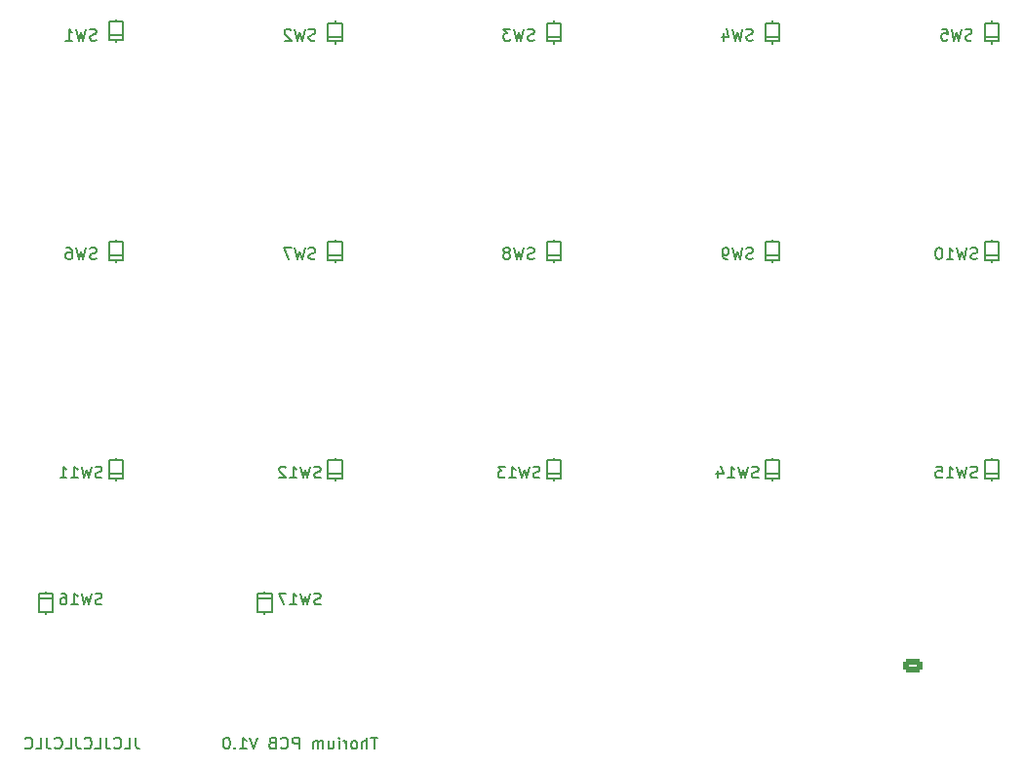
<source format=gbo>
G04 #@! TF.GenerationSoftware,KiCad,Pcbnew,7.0.5*
G04 #@! TF.CreationDate,2023-09-30T13:58:08+09:00*
G04 #@! TF.ProjectId,thorium_pcbr,74686f72-6975-46d5-9f70-6362722e6b69,rev?*
G04 #@! TF.SameCoordinates,Original*
G04 #@! TF.FileFunction,Legend,Bot*
G04 #@! TF.FilePolarity,Positive*
%FSLAX46Y46*%
G04 Gerber Fmt 4.6, Leading zero omitted, Abs format (unit mm)*
G04 Created by KiCad (PCBNEW 7.0.5) date 2023-09-30 13:58:08*
%MOMM*%
%LPD*%
G01*
G04 APERTURE LIST*
G04 Aperture macros list*
%AMRoundRect*
0 Rectangle with rounded corners*
0 $1 Rounding radius*
0 $2 $3 $4 $5 $6 $7 $8 $9 X,Y pos of 4 corners*
0 Add a 4 corners polygon primitive as box body*
4,1,4,$2,$3,$4,$5,$6,$7,$8,$9,$2,$3,0*
0 Add four circle primitives for the rounded corners*
1,1,$1+$1,$2,$3*
1,1,$1+$1,$4,$5*
1,1,$1+$1,$6,$7*
1,1,$1+$1,$8,$9*
0 Add four rect primitives between the rounded corners*
20,1,$1+$1,$2,$3,$4,$5,0*
20,1,$1+$1,$4,$5,$6,$7,0*
20,1,$1+$1,$6,$7,$8,$9,0*
20,1,$1+$1,$8,$9,$2,$3,0*%
G04 Aperture macros list end*
%ADD10C,0.150000*%
%ADD11C,0.200000*%
%ADD12C,1.524000*%
%ADD13O,1.500000X2.500000*%
%ADD14R,0.950000X1.200000*%
%ADD15O,1.750000X1.200000*%
%ADD16RoundRect,0.250000X-0.625000X0.350000X-0.625000X-0.350000X0.625000X-0.350000X0.625000X0.350000X0*%
%ADD17C,2.000000*%
%ADD18C,3.000000*%
%ADD19C,4.000000*%
%ADD20R,2.400000X3.000000*%
%ADD21R,2.500000X2.800000*%
%ADD22O,1.000000X1.300000*%
G04 APERTURE END LIST*
D10*
X66228094Y-105484819D02*
X65656666Y-105484819D01*
X65942380Y-106484819D02*
X65942380Y-105484819D01*
X65323332Y-106484819D02*
X65323332Y-105484819D01*
X64894761Y-106484819D02*
X64894761Y-105961009D01*
X64894761Y-105961009D02*
X64942380Y-105865771D01*
X64942380Y-105865771D02*
X65037618Y-105818152D01*
X65037618Y-105818152D02*
X65180475Y-105818152D01*
X65180475Y-105818152D02*
X65275713Y-105865771D01*
X65275713Y-105865771D02*
X65323332Y-105913390D01*
X64275713Y-106484819D02*
X64370951Y-106437200D01*
X64370951Y-106437200D02*
X64418570Y-106389580D01*
X64418570Y-106389580D02*
X64466189Y-106294342D01*
X64466189Y-106294342D02*
X64466189Y-106008628D01*
X64466189Y-106008628D02*
X64418570Y-105913390D01*
X64418570Y-105913390D02*
X64370951Y-105865771D01*
X64370951Y-105865771D02*
X64275713Y-105818152D01*
X64275713Y-105818152D02*
X64132856Y-105818152D01*
X64132856Y-105818152D02*
X64037618Y-105865771D01*
X64037618Y-105865771D02*
X63989999Y-105913390D01*
X63989999Y-105913390D02*
X63942380Y-106008628D01*
X63942380Y-106008628D02*
X63942380Y-106294342D01*
X63942380Y-106294342D02*
X63989999Y-106389580D01*
X63989999Y-106389580D02*
X64037618Y-106437200D01*
X64037618Y-106437200D02*
X64132856Y-106484819D01*
X64132856Y-106484819D02*
X64275713Y-106484819D01*
X63513808Y-106484819D02*
X63513808Y-105818152D01*
X63513808Y-106008628D02*
X63466189Y-105913390D01*
X63466189Y-105913390D02*
X63418570Y-105865771D01*
X63418570Y-105865771D02*
X63323332Y-105818152D01*
X63323332Y-105818152D02*
X63228094Y-105818152D01*
X62894760Y-106484819D02*
X62894760Y-105818152D01*
X62894760Y-105484819D02*
X62942379Y-105532438D01*
X62942379Y-105532438D02*
X62894760Y-105580057D01*
X62894760Y-105580057D02*
X62847141Y-105532438D01*
X62847141Y-105532438D02*
X62894760Y-105484819D01*
X62894760Y-105484819D02*
X62894760Y-105580057D01*
X61989999Y-105818152D02*
X61989999Y-106484819D01*
X62418570Y-105818152D02*
X62418570Y-106341961D01*
X62418570Y-106341961D02*
X62370951Y-106437200D01*
X62370951Y-106437200D02*
X62275713Y-106484819D01*
X62275713Y-106484819D02*
X62132856Y-106484819D01*
X62132856Y-106484819D02*
X62037618Y-106437200D01*
X62037618Y-106437200D02*
X61989999Y-106389580D01*
X61513808Y-106484819D02*
X61513808Y-105818152D01*
X61513808Y-105913390D02*
X61466189Y-105865771D01*
X61466189Y-105865771D02*
X61370951Y-105818152D01*
X61370951Y-105818152D02*
X61228094Y-105818152D01*
X61228094Y-105818152D02*
X61132856Y-105865771D01*
X61132856Y-105865771D02*
X61085237Y-105961009D01*
X61085237Y-105961009D02*
X61085237Y-106484819D01*
X61085237Y-105961009D02*
X61037618Y-105865771D01*
X61037618Y-105865771D02*
X60942380Y-105818152D01*
X60942380Y-105818152D02*
X60799523Y-105818152D01*
X60799523Y-105818152D02*
X60704284Y-105865771D01*
X60704284Y-105865771D02*
X60656665Y-105961009D01*
X60656665Y-105961009D02*
X60656665Y-106484819D01*
X59418570Y-106484819D02*
X59418570Y-105484819D01*
X59418570Y-105484819D02*
X59037618Y-105484819D01*
X59037618Y-105484819D02*
X58942380Y-105532438D01*
X58942380Y-105532438D02*
X58894761Y-105580057D01*
X58894761Y-105580057D02*
X58847142Y-105675295D01*
X58847142Y-105675295D02*
X58847142Y-105818152D01*
X58847142Y-105818152D02*
X58894761Y-105913390D01*
X58894761Y-105913390D02*
X58942380Y-105961009D01*
X58942380Y-105961009D02*
X59037618Y-106008628D01*
X59037618Y-106008628D02*
X59418570Y-106008628D01*
X57847142Y-106389580D02*
X57894761Y-106437200D01*
X57894761Y-106437200D02*
X58037618Y-106484819D01*
X58037618Y-106484819D02*
X58132856Y-106484819D01*
X58132856Y-106484819D02*
X58275713Y-106437200D01*
X58275713Y-106437200D02*
X58370951Y-106341961D01*
X58370951Y-106341961D02*
X58418570Y-106246723D01*
X58418570Y-106246723D02*
X58466189Y-106056247D01*
X58466189Y-106056247D02*
X58466189Y-105913390D01*
X58466189Y-105913390D02*
X58418570Y-105722914D01*
X58418570Y-105722914D02*
X58370951Y-105627676D01*
X58370951Y-105627676D02*
X58275713Y-105532438D01*
X58275713Y-105532438D02*
X58132856Y-105484819D01*
X58132856Y-105484819D02*
X58037618Y-105484819D01*
X58037618Y-105484819D02*
X57894761Y-105532438D01*
X57894761Y-105532438D02*
X57847142Y-105580057D01*
X57085237Y-105961009D02*
X56942380Y-106008628D01*
X56942380Y-106008628D02*
X56894761Y-106056247D01*
X56894761Y-106056247D02*
X56847142Y-106151485D01*
X56847142Y-106151485D02*
X56847142Y-106294342D01*
X56847142Y-106294342D02*
X56894761Y-106389580D01*
X56894761Y-106389580D02*
X56942380Y-106437200D01*
X56942380Y-106437200D02*
X57037618Y-106484819D01*
X57037618Y-106484819D02*
X57418570Y-106484819D01*
X57418570Y-106484819D02*
X57418570Y-105484819D01*
X57418570Y-105484819D02*
X57085237Y-105484819D01*
X57085237Y-105484819D02*
X56989999Y-105532438D01*
X56989999Y-105532438D02*
X56942380Y-105580057D01*
X56942380Y-105580057D02*
X56894761Y-105675295D01*
X56894761Y-105675295D02*
X56894761Y-105770533D01*
X56894761Y-105770533D02*
X56942380Y-105865771D01*
X56942380Y-105865771D02*
X56989999Y-105913390D01*
X56989999Y-105913390D02*
X57085237Y-105961009D01*
X57085237Y-105961009D02*
X57418570Y-105961009D01*
X55799522Y-105484819D02*
X55466189Y-106484819D01*
X55466189Y-106484819D02*
X55132856Y-105484819D01*
X54275713Y-106484819D02*
X54847141Y-106484819D01*
X54561427Y-106484819D02*
X54561427Y-105484819D01*
X54561427Y-105484819D02*
X54656665Y-105627676D01*
X54656665Y-105627676D02*
X54751903Y-105722914D01*
X54751903Y-105722914D02*
X54847141Y-105770533D01*
X53847141Y-106389580D02*
X53799522Y-106437200D01*
X53799522Y-106437200D02*
X53847141Y-106484819D01*
X53847141Y-106484819D02*
X53894760Y-106437200D01*
X53894760Y-106437200D02*
X53847141Y-106389580D01*
X53847141Y-106389580D02*
X53847141Y-106484819D01*
X53180475Y-105484819D02*
X53085237Y-105484819D01*
X53085237Y-105484819D02*
X52989999Y-105532438D01*
X52989999Y-105532438D02*
X52942380Y-105580057D01*
X52942380Y-105580057D02*
X52894761Y-105675295D01*
X52894761Y-105675295D02*
X52847142Y-105865771D01*
X52847142Y-105865771D02*
X52847142Y-106103866D01*
X52847142Y-106103866D02*
X52894761Y-106294342D01*
X52894761Y-106294342D02*
X52942380Y-106389580D01*
X52942380Y-106389580D02*
X52989999Y-106437200D01*
X52989999Y-106437200D02*
X53085237Y-106484819D01*
X53085237Y-106484819D02*
X53180475Y-106484819D01*
X53180475Y-106484819D02*
X53275713Y-106437200D01*
X53275713Y-106437200D02*
X53323332Y-106389580D01*
X53323332Y-106389580D02*
X53370951Y-106294342D01*
X53370951Y-106294342D02*
X53418570Y-106103866D01*
X53418570Y-106103866D02*
X53418570Y-105865771D01*
X53418570Y-105865771D02*
X53370951Y-105675295D01*
X53370951Y-105675295D02*
X53323332Y-105580057D01*
X53323332Y-105580057D02*
X53275713Y-105532438D01*
X53275713Y-105532438D02*
X53180475Y-105484819D01*
X45229048Y-105484819D02*
X45229048Y-106199104D01*
X45229048Y-106199104D02*
X45276667Y-106341961D01*
X45276667Y-106341961D02*
X45371905Y-106437200D01*
X45371905Y-106437200D02*
X45514762Y-106484819D01*
X45514762Y-106484819D02*
X45610000Y-106484819D01*
X44276667Y-106484819D02*
X44752857Y-106484819D01*
X44752857Y-106484819D02*
X44752857Y-105484819D01*
X43371905Y-106389580D02*
X43419524Y-106437200D01*
X43419524Y-106437200D02*
X43562381Y-106484819D01*
X43562381Y-106484819D02*
X43657619Y-106484819D01*
X43657619Y-106484819D02*
X43800476Y-106437200D01*
X43800476Y-106437200D02*
X43895714Y-106341961D01*
X43895714Y-106341961D02*
X43943333Y-106246723D01*
X43943333Y-106246723D02*
X43990952Y-106056247D01*
X43990952Y-106056247D02*
X43990952Y-105913390D01*
X43990952Y-105913390D02*
X43943333Y-105722914D01*
X43943333Y-105722914D02*
X43895714Y-105627676D01*
X43895714Y-105627676D02*
X43800476Y-105532438D01*
X43800476Y-105532438D02*
X43657619Y-105484819D01*
X43657619Y-105484819D02*
X43562381Y-105484819D01*
X43562381Y-105484819D02*
X43419524Y-105532438D01*
X43419524Y-105532438D02*
X43371905Y-105580057D01*
X42657619Y-105484819D02*
X42657619Y-106199104D01*
X42657619Y-106199104D02*
X42705238Y-106341961D01*
X42705238Y-106341961D02*
X42800476Y-106437200D01*
X42800476Y-106437200D02*
X42943333Y-106484819D01*
X42943333Y-106484819D02*
X43038571Y-106484819D01*
X41705238Y-106484819D02*
X42181428Y-106484819D01*
X42181428Y-106484819D02*
X42181428Y-105484819D01*
X40800476Y-106389580D02*
X40848095Y-106437200D01*
X40848095Y-106437200D02*
X40990952Y-106484819D01*
X40990952Y-106484819D02*
X41086190Y-106484819D01*
X41086190Y-106484819D02*
X41229047Y-106437200D01*
X41229047Y-106437200D02*
X41324285Y-106341961D01*
X41324285Y-106341961D02*
X41371904Y-106246723D01*
X41371904Y-106246723D02*
X41419523Y-106056247D01*
X41419523Y-106056247D02*
X41419523Y-105913390D01*
X41419523Y-105913390D02*
X41371904Y-105722914D01*
X41371904Y-105722914D02*
X41324285Y-105627676D01*
X41324285Y-105627676D02*
X41229047Y-105532438D01*
X41229047Y-105532438D02*
X41086190Y-105484819D01*
X41086190Y-105484819D02*
X40990952Y-105484819D01*
X40990952Y-105484819D02*
X40848095Y-105532438D01*
X40848095Y-105532438D02*
X40800476Y-105580057D01*
X40086190Y-105484819D02*
X40086190Y-106199104D01*
X40086190Y-106199104D02*
X40133809Y-106341961D01*
X40133809Y-106341961D02*
X40229047Y-106437200D01*
X40229047Y-106437200D02*
X40371904Y-106484819D01*
X40371904Y-106484819D02*
X40467142Y-106484819D01*
X39133809Y-106484819D02*
X39609999Y-106484819D01*
X39609999Y-106484819D02*
X39609999Y-105484819D01*
X38229047Y-106389580D02*
X38276666Y-106437200D01*
X38276666Y-106437200D02*
X38419523Y-106484819D01*
X38419523Y-106484819D02*
X38514761Y-106484819D01*
X38514761Y-106484819D02*
X38657618Y-106437200D01*
X38657618Y-106437200D02*
X38752856Y-106341961D01*
X38752856Y-106341961D02*
X38800475Y-106246723D01*
X38800475Y-106246723D02*
X38848094Y-106056247D01*
X38848094Y-106056247D02*
X38848094Y-105913390D01*
X38848094Y-105913390D02*
X38800475Y-105722914D01*
X38800475Y-105722914D02*
X38752856Y-105627676D01*
X38752856Y-105627676D02*
X38657618Y-105532438D01*
X38657618Y-105532438D02*
X38514761Y-105484819D01*
X38514761Y-105484819D02*
X38419523Y-105484819D01*
X38419523Y-105484819D02*
X38276666Y-105532438D01*
X38276666Y-105532438D02*
X38229047Y-105580057D01*
X37514761Y-105484819D02*
X37514761Y-106199104D01*
X37514761Y-106199104D02*
X37562380Y-106341961D01*
X37562380Y-106341961D02*
X37657618Y-106437200D01*
X37657618Y-106437200D02*
X37800475Y-106484819D01*
X37800475Y-106484819D02*
X37895713Y-106484819D01*
X36562380Y-106484819D02*
X37038570Y-106484819D01*
X37038570Y-106484819D02*
X37038570Y-105484819D01*
X35657618Y-106389580D02*
X35705237Y-106437200D01*
X35705237Y-106437200D02*
X35848094Y-106484819D01*
X35848094Y-106484819D02*
X35943332Y-106484819D01*
X35943332Y-106484819D02*
X36086189Y-106437200D01*
X36086189Y-106437200D02*
X36181427Y-106341961D01*
X36181427Y-106341961D02*
X36229046Y-106246723D01*
X36229046Y-106246723D02*
X36276665Y-106056247D01*
X36276665Y-106056247D02*
X36276665Y-105913390D01*
X36276665Y-105913390D02*
X36229046Y-105722914D01*
X36229046Y-105722914D02*
X36181427Y-105627676D01*
X36181427Y-105627676D02*
X36086189Y-105532438D01*
X36086189Y-105532438D02*
X35943332Y-105484819D01*
X35943332Y-105484819D02*
X35848094Y-105484819D01*
X35848094Y-105484819D02*
X35705237Y-105532438D01*
X35705237Y-105532438D02*
X35657618Y-105580057D01*
X98833332Y-63907200D02*
X98690475Y-63954819D01*
X98690475Y-63954819D02*
X98452380Y-63954819D01*
X98452380Y-63954819D02*
X98357142Y-63907200D01*
X98357142Y-63907200D02*
X98309523Y-63859580D01*
X98309523Y-63859580D02*
X98261904Y-63764342D01*
X98261904Y-63764342D02*
X98261904Y-63669104D01*
X98261904Y-63669104D02*
X98309523Y-63573866D01*
X98309523Y-63573866D02*
X98357142Y-63526247D01*
X98357142Y-63526247D02*
X98452380Y-63478628D01*
X98452380Y-63478628D02*
X98642856Y-63431009D01*
X98642856Y-63431009D02*
X98738094Y-63383390D01*
X98738094Y-63383390D02*
X98785713Y-63335771D01*
X98785713Y-63335771D02*
X98833332Y-63240533D01*
X98833332Y-63240533D02*
X98833332Y-63145295D01*
X98833332Y-63145295D02*
X98785713Y-63050057D01*
X98785713Y-63050057D02*
X98738094Y-63002438D01*
X98738094Y-63002438D02*
X98642856Y-62954819D01*
X98642856Y-62954819D02*
X98404761Y-62954819D01*
X98404761Y-62954819D02*
X98261904Y-63002438D01*
X97928570Y-62954819D02*
X97690475Y-63954819D01*
X97690475Y-63954819D02*
X97499999Y-63240533D01*
X97499999Y-63240533D02*
X97309523Y-63954819D01*
X97309523Y-63954819D02*
X97071428Y-62954819D01*
X96642856Y-63954819D02*
X96452380Y-63954819D01*
X96452380Y-63954819D02*
X96357142Y-63907200D01*
X96357142Y-63907200D02*
X96309523Y-63859580D01*
X96309523Y-63859580D02*
X96214285Y-63716723D01*
X96214285Y-63716723D02*
X96166666Y-63526247D01*
X96166666Y-63526247D02*
X96166666Y-63145295D01*
X96166666Y-63145295D02*
X96214285Y-63050057D01*
X96214285Y-63050057D02*
X96261904Y-63002438D01*
X96261904Y-63002438D02*
X96357142Y-62954819D01*
X96357142Y-62954819D02*
X96547618Y-62954819D01*
X96547618Y-62954819D02*
X96642856Y-63002438D01*
X96642856Y-63002438D02*
X96690475Y-63050057D01*
X96690475Y-63050057D02*
X96738094Y-63145295D01*
X96738094Y-63145295D02*
X96738094Y-63383390D01*
X96738094Y-63383390D02*
X96690475Y-63478628D01*
X96690475Y-63478628D02*
X96642856Y-63526247D01*
X96642856Y-63526247D02*
X96547618Y-63573866D01*
X96547618Y-63573866D02*
X96357142Y-63573866D01*
X96357142Y-63573866D02*
X96261904Y-63526247D01*
X96261904Y-63526247D02*
X96214285Y-63478628D01*
X96214285Y-63478628D02*
X96166666Y-63383390D01*
X61309523Y-93907200D02*
X61166666Y-93954819D01*
X61166666Y-93954819D02*
X60928571Y-93954819D01*
X60928571Y-93954819D02*
X60833333Y-93907200D01*
X60833333Y-93907200D02*
X60785714Y-93859580D01*
X60785714Y-93859580D02*
X60738095Y-93764342D01*
X60738095Y-93764342D02*
X60738095Y-93669104D01*
X60738095Y-93669104D02*
X60785714Y-93573866D01*
X60785714Y-93573866D02*
X60833333Y-93526247D01*
X60833333Y-93526247D02*
X60928571Y-93478628D01*
X60928571Y-93478628D02*
X61119047Y-93431009D01*
X61119047Y-93431009D02*
X61214285Y-93383390D01*
X61214285Y-93383390D02*
X61261904Y-93335771D01*
X61261904Y-93335771D02*
X61309523Y-93240533D01*
X61309523Y-93240533D02*
X61309523Y-93145295D01*
X61309523Y-93145295D02*
X61261904Y-93050057D01*
X61261904Y-93050057D02*
X61214285Y-93002438D01*
X61214285Y-93002438D02*
X61119047Y-92954819D01*
X61119047Y-92954819D02*
X60880952Y-92954819D01*
X60880952Y-92954819D02*
X60738095Y-93002438D01*
X60404761Y-92954819D02*
X60166666Y-93954819D01*
X60166666Y-93954819D02*
X59976190Y-93240533D01*
X59976190Y-93240533D02*
X59785714Y-93954819D01*
X59785714Y-93954819D02*
X59547619Y-92954819D01*
X58642857Y-93954819D02*
X59214285Y-93954819D01*
X58928571Y-93954819D02*
X58928571Y-92954819D01*
X58928571Y-92954819D02*
X59023809Y-93097676D01*
X59023809Y-93097676D02*
X59119047Y-93192914D01*
X59119047Y-93192914D02*
X59214285Y-93240533D01*
X58309523Y-92954819D02*
X57642857Y-92954819D01*
X57642857Y-92954819D02*
X58071428Y-93954819D01*
X41833332Y-44907200D02*
X41690475Y-44954819D01*
X41690475Y-44954819D02*
X41452380Y-44954819D01*
X41452380Y-44954819D02*
X41357142Y-44907200D01*
X41357142Y-44907200D02*
X41309523Y-44859580D01*
X41309523Y-44859580D02*
X41261904Y-44764342D01*
X41261904Y-44764342D02*
X41261904Y-44669104D01*
X41261904Y-44669104D02*
X41309523Y-44573866D01*
X41309523Y-44573866D02*
X41357142Y-44526247D01*
X41357142Y-44526247D02*
X41452380Y-44478628D01*
X41452380Y-44478628D02*
X41642856Y-44431009D01*
X41642856Y-44431009D02*
X41738094Y-44383390D01*
X41738094Y-44383390D02*
X41785713Y-44335771D01*
X41785713Y-44335771D02*
X41833332Y-44240533D01*
X41833332Y-44240533D02*
X41833332Y-44145295D01*
X41833332Y-44145295D02*
X41785713Y-44050057D01*
X41785713Y-44050057D02*
X41738094Y-44002438D01*
X41738094Y-44002438D02*
X41642856Y-43954819D01*
X41642856Y-43954819D02*
X41404761Y-43954819D01*
X41404761Y-43954819D02*
X41261904Y-44002438D01*
X40928570Y-43954819D02*
X40690475Y-44954819D01*
X40690475Y-44954819D02*
X40499999Y-44240533D01*
X40499999Y-44240533D02*
X40309523Y-44954819D01*
X40309523Y-44954819D02*
X40071428Y-43954819D01*
X39166666Y-44954819D02*
X39738094Y-44954819D01*
X39452380Y-44954819D02*
X39452380Y-43954819D01*
X39452380Y-43954819D02*
X39547618Y-44097676D01*
X39547618Y-44097676D02*
X39642856Y-44192914D01*
X39642856Y-44192914D02*
X39738094Y-44240533D01*
X60833332Y-63907200D02*
X60690475Y-63954819D01*
X60690475Y-63954819D02*
X60452380Y-63954819D01*
X60452380Y-63954819D02*
X60357142Y-63907200D01*
X60357142Y-63907200D02*
X60309523Y-63859580D01*
X60309523Y-63859580D02*
X60261904Y-63764342D01*
X60261904Y-63764342D02*
X60261904Y-63669104D01*
X60261904Y-63669104D02*
X60309523Y-63573866D01*
X60309523Y-63573866D02*
X60357142Y-63526247D01*
X60357142Y-63526247D02*
X60452380Y-63478628D01*
X60452380Y-63478628D02*
X60642856Y-63431009D01*
X60642856Y-63431009D02*
X60738094Y-63383390D01*
X60738094Y-63383390D02*
X60785713Y-63335771D01*
X60785713Y-63335771D02*
X60833332Y-63240533D01*
X60833332Y-63240533D02*
X60833332Y-63145295D01*
X60833332Y-63145295D02*
X60785713Y-63050057D01*
X60785713Y-63050057D02*
X60738094Y-63002438D01*
X60738094Y-63002438D02*
X60642856Y-62954819D01*
X60642856Y-62954819D02*
X60404761Y-62954819D01*
X60404761Y-62954819D02*
X60261904Y-63002438D01*
X59928570Y-62954819D02*
X59690475Y-63954819D01*
X59690475Y-63954819D02*
X59499999Y-63240533D01*
X59499999Y-63240533D02*
X59309523Y-63954819D01*
X59309523Y-63954819D02*
X59071428Y-62954819D01*
X58785713Y-62954819D02*
X58119047Y-62954819D01*
X58119047Y-62954819D02*
X58547618Y-63954819D01*
X79833332Y-63907200D02*
X79690475Y-63954819D01*
X79690475Y-63954819D02*
X79452380Y-63954819D01*
X79452380Y-63954819D02*
X79357142Y-63907200D01*
X79357142Y-63907200D02*
X79309523Y-63859580D01*
X79309523Y-63859580D02*
X79261904Y-63764342D01*
X79261904Y-63764342D02*
X79261904Y-63669104D01*
X79261904Y-63669104D02*
X79309523Y-63573866D01*
X79309523Y-63573866D02*
X79357142Y-63526247D01*
X79357142Y-63526247D02*
X79452380Y-63478628D01*
X79452380Y-63478628D02*
X79642856Y-63431009D01*
X79642856Y-63431009D02*
X79738094Y-63383390D01*
X79738094Y-63383390D02*
X79785713Y-63335771D01*
X79785713Y-63335771D02*
X79833332Y-63240533D01*
X79833332Y-63240533D02*
X79833332Y-63145295D01*
X79833332Y-63145295D02*
X79785713Y-63050057D01*
X79785713Y-63050057D02*
X79738094Y-63002438D01*
X79738094Y-63002438D02*
X79642856Y-62954819D01*
X79642856Y-62954819D02*
X79404761Y-62954819D01*
X79404761Y-62954819D02*
X79261904Y-63002438D01*
X78928570Y-62954819D02*
X78690475Y-63954819D01*
X78690475Y-63954819D02*
X78499999Y-63240533D01*
X78499999Y-63240533D02*
X78309523Y-63954819D01*
X78309523Y-63954819D02*
X78071428Y-62954819D01*
X77547618Y-63383390D02*
X77642856Y-63335771D01*
X77642856Y-63335771D02*
X77690475Y-63288152D01*
X77690475Y-63288152D02*
X77738094Y-63192914D01*
X77738094Y-63192914D02*
X77738094Y-63145295D01*
X77738094Y-63145295D02*
X77690475Y-63050057D01*
X77690475Y-63050057D02*
X77642856Y-63002438D01*
X77642856Y-63002438D02*
X77547618Y-62954819D01*
X77547618Y-62954819D02*
X77357142Y-62954819D01*
X77357142Y-62954819D02*
X77261904Y-63002438D01*
X77261904Y-63002438D02*
X77214285Y-63050057D01*
X77214285Y-63050057D02*
X77166666Y-63145295D01*
X77166666Y-63145295D02*
X77166666Y-63192914D01*
X77166666Y-63192914D02*
X77214285Y-63288152D01*
X77214285Y-63288152D02*
X77261904Y-63335771D01*
X77261904Y-63335771D02*
X77357142Y-63383390D01*
X77357142Y-63383390D02*
X77547618Y-63383390D01*
X77547618Y-63383390D02*
X77642856Y-63431009D01*
X77642856Y-63431009D02*
X77690475Y-63478628D01*
X77690475Y-63478628D02*
X77738094Y-63573866D01*
X77738094Y-63573866D02*
X77738094Y-63764342D01*
X77738094Y-63764342D02*
X77690475Y-63859580D01*
X77690475Y-63859580D02*
X77642856Y-63907200D01*
X77642856Y-63907200D02*
X77547618Y-63954819D01*
X77547618Y-63954819D02*
X77357142Y-63954819D01*
X77357142Y-63954819D02*
X77261904Y-63907200D01*
X77261904Y-63907200D02*
X77214285Y-63859580D01*
X77214285Y-63859580D02*
X77166666Y-63764342D01*
X77166666Y-63764342D02*
X77166666Y-63573866D01*
X77166666Y-63573866D02*
X77214285Y-63478628D01*
X77214285Y-63478628D02*
X77261904Y-63431009D01*
X77261904Y-63431009D02*
X77357142Y-63383390D01*
X80309523Y-82907200D02*
X80166666Y-82954819D01*
X80166666Y-82954819D02*
X79928571Y-82954819D01*
X79928571Y-82954819D02*
X79833333Y-82907200D01*
X79833333Y-82907200D02*
X79785714Y-82859580D01*
X79785714Y-82859580D02*
X79738095Y-82764342D01*
X79738095Y-82764342D02*
X79738095Y-82669104D01*
X79738095Y-82669104D02*
X79785714Y-82573866D01*
X79785714Y-82573866D02*
X79833333Y-82526247D01*
X79833333Y-82526247D02*
X79928571Y-82478628D01*
X79928571Y-82478628D02*
X80119047Y-82431009D01*
X80119047Y-82431009D02*
X80214285Y-82383390D01*
X80214285Y-82383390D02*
X80261904Y-82335771D01*
X80261904Y-82335771D02*
X80309523Y-82240533D01*
X80309523Y-82240533D02*
X80309523Y-82145295D01*
X80309523Y-82145295D02*
X80261904Y-82050057D01*
X80261904Y-82050057D02*
X80214285Y-82002438D01*
X80214285Y-82002438D02*
X80119047Y-81954819D01*
X80119047Y-81954819D02*
X79880952Y-81954819D01*
X79880952Y-81954819D02*
X79738095Y-82002438D01*
X79404761Y-81954819D02*
X79166666Y-82954819D01*
X79166666Y-82954819D02*
X78976190Y-82240533D01*
X78976190Y-82240533D02*
X78785714Y-82954819D01*
X78785714Y-82954819D02*
X78547619Y-81954819D01*
X77642857Y-82954819D02*
X78214285Y-82954819D01*
X77928571Y-82954819D02*
X77928571Y-81954819D01*
X77928571Y-81954819D02*
X78023809Y-82097676D01*
X78023809Y-82097676D02*
X78119047Y-82192914D01*
X78119047Y-82192914D02*
X78214285Y-82240533D01*
X77309523Y-81954819D02*
X76690476Y-81954819D01*
X76690476Y-81954819D02*
X77023809Y-82335771D01*
X77023809Y-82335771D02*
X76880952Y-82335771D01*
X76880952Y-82335771D02*
X76785714Y-82383390D01*
X76785714Y-82383390D02*
X76738095Y-82431009D01*
X76738095Y-82431009D02*
X76690476Y-82526247D01*
X76690476Y-82526247D02*
X76690476Y-82764342D01*
X76690476Y-82764342D02*
X76738095Y-82859580D01*
X76738095Y-82859580D02*
X76785714Y-82907200D01*
X76785714Y-82907200D02*
X76880952Y-82954819D01*
X76880952Y-82954819D02*
X77166666Y-82954819D01*
X77166666Y-82954819D02*
X77261904Y-82907200D01*
X77261904Y-82907200D02*
X77309523Y-82859580D01*
X41833332Y-63907200D02*
X41690475Y-63954819D01*
X41690475Y-63954819D02*
X41452380Y-63954819D01*
X41452380Y-63954819D02*
X41357142Y-63907200D01*
X41357142Y-63907200D02*
X41309523Y-63859580D01*
X41309523Y-63859580D02*
X41261904Y-63764342D01*
X41261904Y-63764342D02*
X41261904Y-63669104D01*
X41261904Y-63669104D02*
X41309523Y-63573866D01*
X41309523Y-63573866D02*
X41357142Y-63526247D01*
X41357142Y-63526247D02*
X41452380Y-63478628D01*
X41452380Y-63478628D02*
X41642856Y-63431009D01*
X41642856Y-63431009D02*
X41738094Y-63383390D01*
X41738094Y-63383390D02*
X41785713Y-63335771D01*
X41785713Y-63335771D02*
X41833332Y-63240533D01*
X41833332Y-63240533D02*
X41833332Y-63145295D01*
X41833332Y-63145295D02*
X41785713Y-63050057D01*
X41785713Y-63050057D02*
X41738094Y-63002438D01*
X41738094Y-63002438D02*
X41642856Y-62954819D01*
X41642856Y-62954819D02*
X41404761Y-62954819D01*
X41404761Y-62954819D02*
X41261904Y-63002438D01*
X40928570Y-62954819D02*
X40690475Y-63954819D01*
X40690475Y-63954819D02*
X40499999Y-63240533D01*
X40499999Y-63240533D02*
X40309523Y-63954819D01*
X40309523Y-63954819D02*
X40071428Y-62954819D01*
X39261904Y-62954819D02*
X39452380Y-62954819D01*
X39452380Y-62954819D02*
X39547618Y-63002438D01*
X39547618Y-63002438D02*
X39595237Y-63050057D01*
X39595237Y-63050057D02*
X39690475Y-63192914D01*
X39690475Y-63192914D02*
X39738094Y-63383390D01*
X39738094Y-63383390D02*
X39738094Y-63764342D01*
X39738094Y-63764342D02*
X39690475Y-63859580D01*
X39690475Y-63859580D02*
X39642856Y-63907200D01*
X39642856Y-63907200D02*
X39547618Y-63954819D01*
X39547618Y-63954819D02*
X39357142Y-63954819D01*
X39357142Y-63954819D02*
X39261904Y-63907200D01*
X39261904Y-63907200D02*
X39214285Y-63859580D01*
X39214285Y-63859580D02*
X39166666Y-63764342D01*
X39166666Y-63764342D02*
X39166666Y-63526247D01*
X39166666Y-63526247D02*
X39214285Y-63431009D01*
X39214285Y-63431009D02*
X39261904Y-63383390D01*
X39261904Y-63383390D02*
X39357142Y-63335771D01*
X39357142Y-63335771D02*
X39547618Y-63335771D01*
X39547618Y-63335771D02*
X39642856Y-63383390D01*
X39642856Y-63383390D02*
X39690475Y-63431009D01*
X39690475Y-63431009D02*
X39738094Y-63526247D01*
X99309523Y-82907200D02*
X99166666Y-82954819D01*
X99166666Y-82954819D02*
X98928571Y-82954819D01*
X98928571Y-82954819D02*
X98833333Y-82907200D01*
X98833333Y-82907200D02*
X98785714Y-82859580D01*
X98785714Y-82859580D02*
X98738095Y-82764342D01*
X98738095Y-82764342D02*
X98738095Y-82669104D01*
X98738095Y-82669104D02*
X98785714Y-82573866D01*
X98785714Y-82573866D02*
X98833333Y-82526247D01*
X98833333Y-82526247D02*
X98928571Y-82478628D01*
X98928571Y-82478628D02*
X99119047Y-82431009D01*
X99119047Y-82431009D02*
X99214285Y-82383390D01*
X99214285Y-82383390D02*
X99261904Y-82335771D01*
X99261904Y-82335771D02*
X99309523Y-82240533D01*
X99309523Y-82240533D02*
X99309523Y-82145295D01*
X99309523Y-82145295D02*
X99261904Y-82050057D01*
X99261904Y-82050057D02*
X99214285Y-82002438D01*
X99214285Y-82002438D02*
X99119047Y-81954819D01*
X99119047Y-81954819D02*
X98880952Y-81954819D01*
X98880952Y-81954819D02*
X98738095Y-82002438D01*
X98404761Y-81954819D02*
X98166666Y-82954819D01*
X98166666Y-82954819D02*
X97976190Y-82240533D01*
X97976190Y-82240533D02*
X97785714Y-82954819D01*
X97785714Y-82954819D02*
X97547619Y-81954819D01*
X96642857Y-82954819D02*
X97214285Y-82954819D01*
X96928571Y-82954819D02*
X96928571Y-81954819D01*
X96928571Y-81954819D02*
X97023809Y-82097676D01*
X97023809Y-82097676D02*
X97119047Y-82192914D01*
X97119047Y-82192914D02*
X97214285Y-82240533D01*
X95785714Y-82288152D02*
X95785714Y-82954819D01*
X96023809Y-81907200D02*
X96261904Y-82621485D01*
X96261904Y-82621485D02*
X95642857Y-82621485D01*
X118309523Y-82907200D02*
X118166666Y-82954819D01*
X118166666Y-82954819D02*
X117928571Y-82954819D01*
X117928571Y-82954819D02*
X117833333Y-82907200D01*
X117833333Y-82907200D02*
X117785714Y-82859580D01*
X117785714Y-82859580D02*
X117738095Y-82764342D01*
X117738095Y-82764342D02*
X117738095Y-82669104D01*
X117738095Y-82669104D02*
X117785714Y-82573866D01*
X117785714Y-82573866D02*
X117833333Y-82526247D01*
X117833333Y-82526247D02*
X117928571Y-82478628D01*
X117928571Y-82478628D02*
X118119047Y-82431009D01*
X118119047Y-82431009D02*
X118214285Y-82383390D01*
X118214285Y-82383390D02*
X118261904Y-82335771D01*
X118261904Y-82335771D02*
X118309523Y-82240533D01*
X118309523Y-82240533D02*
X118309523Y-82145295D01*
X118309523Y-82145295D02*
X118261904Y-82050057D01*
X118261904Y-82050057D02*
X118214285Y-82002438D01*
X118214285Y-82002438D02*
X118119047Y-81954819D01*
X118119047Y-81954819D02*
X117880952Y-81954819D01*
X117880952Y-81954819D02*
X117738095Y-82002438D01*
X117404761Y-81954819D02*
X117166666Y-82954819D01*
X117166666Y-82954819D02*
X116976190Y-82240533D01*
X116976190Y-82240533D02*
X116785714Y-82954819D01*
X116785714Y-82954819D02*
X116547619Y-81954819D01*
X115642857Y-82954819D02*
X116214285Y-82954819D01*
X115928571Y-82954819D02*
X115928571Y-81954819D01*
X115928571Y-81954819D02*
X116023809Y-82097676D01*
X116023809Y-82097676D02*
X116119047Y-82192914D01*
X116119047Y-82192914D02*
X116214285Y-82240533D01*
X114738095Y-81954819D02*
X115214285Y-81954819D01*
X115214285Y-81954819D02*
X115261904Y-82431009D01*
X115261904Y-82431009D02*
X115214285Y-82383390D01*
X115214285Y-82383390D02*
X115119047Y-82335771D01*
X115119047Y-82335771D02*
X114880952Y-82335771D01*
X114880952Y-82335771D02*
X114785714Y-82383390D01*
X114785714Y-82383390D02*
X114738095Y-82431009D01*
X114738095Y-82431009D02*
X114690476Y-82526247D01*
X114690476Y-82526247D02*
X114690476Y-82764342D01*
X114690476Y-82764342D02*
X114738095Y-82859580D01*
X114738095Y-82859580D02*
X114785714Y-82907200D01*
X114785714Y-82907200D02*
X114880952Y-82954819D01*
X114880952Y-82954819D02*
X115119047Y-82954819D01*
X115119047Y-82954819D02*
X115214285Y-82907200D01*
X115214285Y-82907200D02*
X115261904Y-82859580D01*
X61309523Y-82907200D02*
X61166666Y-82954819D01*
X61166666Y-82954819D02*
X60928571Y-82954819D01*
X60928571Y-82954819D02*
X60833333Y-82907200D01*
X60833333Y-82907200D02*
X60785714Y-82859580D01*
X60785714Y-82859580D02*
X60738095Y-82764342D01*
X60738095Y-82764342D02*
X60738095Y-82669104D01*
X60738095Y-82669104D02*
X60785714Y-82573866D01*
X60785714Y-82573866D02*
X60833333Y-82526247D01*
X60833333Y-82526247D02*
X60928571Y-82478628D01*
X60928571Y-82478628D02*
X61119047Y-82431009D01*
X61119047Y-82431009D02*
X61214285Y-82383390D01*
X61214285Y-82383390D02*
X61261904Y-82335771D01*
X61261904Y-82335771D02*
X61309523Y-82240533D01*
X61309523Y-82240533D02*
X61309523Y-82145295D01*
X61309523Y-82145295D02*
X61261904Y-82050057D01*
X61261904Y-82050057D02*
X61214285Y-82002438D01*
X61214285Y-82002438D02*
X61119047Y-81954819D01*
X61119047Y-81954819D02*
X60880952Y-81954819D01*
X60880952Y-81954819D02*
X60738095Y-82002438D01*
X60404761Y-81954819D02*
X60166666Y-82954819D01*
X60166666Y-82954819D02*
X59976190Y-82240533D01*
X59976190Y-82240533D02*
X59785714Y-82954819D01*
X59785714Y-82954819D02*
X59547619Y-81954819D01*
X58642857Y-82954819D02*
X59214285Y-82954819D01*
X58928571Y-82954819D02*
X58928571Y-81954819D01*
X58928571Y-81954819D02*
X59023809Y-82097676D01*
X59023809Y-82097676D02*
X59119047Y-82192914D01*
X59119047Y-82192914D02*
X59214285Y-82240533D01*
X58261904Y-82050057D02*
X58214285Y-82002438D01*
X58214285Y-82002438D02*
X58119047Y-81954819D01*
X58119047Y-81954819D02*
X57880952Y-81954819D01*
X57880952Y-81954819D02*
X57785714Y-82002438D01*
X57785714Y-82002438D02*
X57738095Y-82050057D01*
X57738095Y-82050057D02*
X57690476Y-82145295D01*
X57690476Y-82145295D02*
X57690476Y-82240533D01*
X57690476Y-82240533D02*
X57738095Y-82383390D01*
X57738095Y-82383390D02*
X58309523Y-82954819D01*
X58309523Y-82954819D02*
X57690476Y-82954819D01*
X118309523Y-63907200D02*
X118166666Y-63954819D01*
X118166666Y-63954819D02*
X117928571Y-63954819D01*
X117928571Y-63954819D02*
X117833333Y-63907200D01*
X117833333Y-63907200D02*
X117785714Y-63859580D01*
X117785714Y-63859580D02*
X117738095Y-63764342D01*
X117738095Y-63764342D02*
X117738095Y-63669104D01*
X117738095Y-63669104D02*
X117785714Y-63573866D01*
X117785714Y-63573866D02*
X117833333Y-63526247D01*
X117833333Y-63526247D02*
X117928571Y-63478628D01*
X117928571Y-63478628D02*
X118119047Y-63431009D01*
X118119047Y-63431009D02*
X118214285Y-63383390D01*
X118214285Y-63383390D02*
X118261904Y-63335771D01*
X118261904Y-63335771D02*
X118309523Y-63240533D01*
X118309523Y-63240533D02*
X118309523Y-63145295D01*
X118309523Y-63145295D02*
X118261904Y-63050057D01*
X118261904Y-63050057D02*
X118214285Y-63002438D01*
X118214285Y-63002438D02*
X118119047Y-62954819D01*
X118119047Y-62954819D02*
X117880952Y-62954819D01*
X117880952Y-62954819D02*
X117738095Y-63002438D01*
X117404761Y-62954819D02*
X117166666Y-63954819D01*
X117166666Y-63954819D02*
X116976190Y-63240533D01*
X116976190Y-63240533D02*
X116785714Y-63954819D01*
X116785714Y-63954819D02*
X116547619Y-62954819D01*
X115642857Y-63954819D02*
X116214285Y-63954819D01*
X115928571Y-63954819D02*
X115928571Y-62954819D01*
X115928571Y-62954819D02*
X116023809Y-63097676D01*
X116023809Y-63097676D02*
X116119047Y-63192914D01*
X116119047Y-63192914D02*
X116214285Y-63240533D01*
X115023809Y-62954819D02*
X114928571Y-62954819D01*
X114928571Y-62954819D02*
X114833333Y-63002438D01*
X114833333Y-63002438D02*
X114785714Y-63050057D01*
X114785714Y-63050057D02*
X114738095Y-63145295D01*
X114738095Y-63145295D02*
X114690476Y-63335771D01*
X114690476Y-63335771D02*
X114690476Y-63573866D01*
X114690476Y-63573866D02*
X114738095Y-63764342D01*
X114738095Y-63764342D02*
X114785714Y-63859580D01*
X114785714Y-63859580D02*
X114833333Y-63907200D01*
X114833333Y-63907200D02*
X114928571Y-63954819D01*
X114928571Y-63954819D02*
X115023809Y-63954819D01*
X115023809Y-63954819D02*
X115119047Y-63907200D01*
X115119047Y-63907200D02*
X115166666Y-63859580D01*
X115166666Y-63859580D02*
X115214285Y-63764342D01*
X115214285Y-63764342D02*
X115261904Y-63573866D01*
X115261904Y-63573866D02*
X115261904Y-63335771D01*
X115261904Y-63335771D02*
X115214285Y-63145295D01*
X115214285Y-63145295D02*
X115166666Y-63050057D01*
X115166666Y-63050057D02*
X115119047Y-63002438D01*
X115119047Y-63002438D02*
X115023809Y-62954819D01*
X42309523Y-93907200D02*
X42166666Y-93954819D01*
X42166666Y-93954819D02*
X41928571Y-93954819D01*
X41928571Y-93954819D02*
X41833333Y-93907200D01*
X41833333Y-93907200D02*
X41785714Y-93859580D01*
X41785714Y-93859580D02*
X41738095Y-93764342D01*
X41738095Y-93764342D02*
X41738095Y-93669104D01*
X41738095Y-93669104D02*
X41785714Y-93573866D01*
X41785714Y-93573866D02*
X41833333Y-93526247D01*
X41833333Y-93526247D02*
X41928571Y-93478628D01*
X41928571Y-93478628D02*
X42119047Y-93431009D01*
X42119047Y-93431009D02*
X42214285Y-93383390D01*
X42214285Y-93383390D02*
X42261904Y-93335771D01*
X42261904Y-93335771D02*
X42309523Y-93240533D01*
X42309523Y-93240533D02*
X42309523Y-93145295D01*
X42309523Y-93145295D02*
X42261904Y-93050057D01*
X42261904Y-93050057D02*
X42214285Y-93002438D01*
X42214285Y-93002438D02*
X42119047Y-92954819D01*
X42119047Y-92954819D02*
X41880952Y-92954819D01*
X41880952Y-92954819D02*
X41738095Y-93002438D01*
X41404761Y-92954819D02*
X41166666Y-93954819D01*
X41166666Y-93954819D02*
X40976190Y-93240533D01*
X40976190Y-93240533D02*
X40785714Y-93954819D01*
X40785714Y-93954819D02*
X40547619Y-92954819D01*
X39642857Y-93954819D02*
X40214285Y-93954819D01*
X39928571Y-93954819D02*
X39928571Y-92954819D01*
X39928571Y-92954819D02*
X40023809Y-93097676D01*
X40023809Y-93097676D02*
X40119047Y-93192914D01*
X40119047Y-93192914D02*
X40214285Y-93240533D01*
X38785714Y-92954819D02*
X38976190Y-92954819D01*
X38976190Y-92954819D02*
X39071428Y-93002438D01*
X39071428Y-93002438D02*
X39119047Y-93050057D01*
X39119047Y-93050057D02*
X39214285Y-93192914D01*
X39214285Y-93192914D02*
X39261904Y-93383390D01*
X39261904Y-93383390D02*
X39261904Y-93764342D01*
X39261904Y-93764342D02*
X39214285Y-93859580D01*
X39214285Y-93859580D02*
X39166666Y-93907200D01*
X39166666Y-93907200D02*
X39071428Y-93954819D01*
X39071428Y-93954819D02*
X38880952Y-93954819D01*
X38880952Y-93954819D02*
X38785714Y-93907200D01*
X38785714Y-93907200D02*
X38738095Y-93859580D01*
X38738095Y-93859580D02*
X38690476Y-93764342D01*
X38690476Y-93764342D02*
X38690476Y-93526247D01*
X38690476Y-93526247D02*
X38738095Y-93431009D01*
X38738095Y-93431009D02*
X38785714Y-93383390D01*
X38785714Y-93383390D02*
X38880952Y-93335771D01*
X38880952Y-93335771D02*
X39071428Y-93335771D01*
X39071428Y-93335771D02*
X39166666Y-93383390D01*
X39166666Y-93383390D02*
X39214285Y-93431009D01*
X39214285Y-93431009D02*
X39261904Y-93526247D01*
X60833332Y-44907200D02*
X60690475Y-44954819D01*
X60690475Y-44954819D02*
X60452380Y-44954819D01*
X60452380Y-44954819D02*
X60357142Y-44907200D01*
X60357142Y-44907200D02*
X60309523Y-44859580D01*
X60309523Y-44859580D02*
X60261904Y-44764342D01*
X60261904Y-44764342D02*
X60261904Y-44669104D01*
X60261904Y-44669104D02*
X60309523Y-44573866D01*
X60309523Y-44573866D02*
X60357142Y-44526247D01*
X60357142Y-44526247D02*
X60452380Y-44478628D01*
X60452380Y-44478628D02*
X60642856Y-44431009D01*
X60642856Y-44431009D02*
X60738094Y-44383390D01*
X60738094Y-44383390D02*
X60785713Y-44335771D01*
X60785713Y-44335771D02*
X60833332Y-44240533D01*
X60833332Y-44240533D02*
X60833332Y-44145295D01*
X60833332Y-44145295D02*
X60785713Y-44050057D01*
X60785713Y-44050057D02*
X60738094Y-44002438D01*
X60738094Y-44002438D02*
X60642856Y-43954819D01*
X60642856Y-43954819D02*
X60404761Y-43954819D01*
X60404761Y-43954819D02*
X60261904Y-44002438D01*
X59928570Y-43954819D02*
X59690475Y-44954819D01*
X59690475Y-44954819D02*
X59499999Y-44240533D01*
X59499999Y-44240533D02*
X59309523Y-44954819D01*
X59309523Y-44954819D02*
X59071428Y-43954819D01*
X58738094Y-44050057D02*
X58690475Y-44002438D01*
X58690475Y-44002438D02*
X58595237Y-43954819D01*
X58595237Y-43954819D02*
X58357142Y-43954819D01*
X58357142Y-43954819D02*
X58261904Y-44002438D01*
X58261904Y-44002438D02*
X58214285Y-44050057D01*
X58214285Y-44050057D02*
X58166666Y-44145295D01*
X58166666Y-44145295D02*
X58166666Y-44240533D01*
X58166666Y-44240533D02*
X58214285Y-44383390D01*
X58214285Y-44383390D02*
X58785713Y-44954819D01*
X58785713Y-44954819D02*
X58166666Y-44954819D01*
X42309523Y-82907200D02*
X42166666Y-82954819D01*
X42166666Y-82954819D02*
X41928571Y-82954819D01*
X41928571Y-82954819D02*
X41833333Y-82907200D01*
X41833333Y-82907200D02*
X41785714Y-82859580D01*
X41785714Y-82859580D02*
X41738095Y-82764342D01*
X41738095Y-82764342D02*
X41738095Y-82669104D01*
X41738095Y-82669104D02*
X41785714Y-82573866D01*
X41785714Y-82573866D02*
X41833333Y-82526247D01*
X41833333Y-82526247D02*
X41928571Y-82478628D01*
X41928571Y-82478628D02*
X42119047Y-82431009D01*
X42119047Y-82431009D02*
X42214285Y-82383390D01*
X42214285Y-82383390D02*
X42261904Y-82335771D01*
X42261904Y-82335771D02*
X42309523Y-82240533D01*
X42309523Y-82240533D02*
X42309523Y-82145295D01*
X42309523Y-82145295D02*
X42261904Y-82050057D01*
X42261904Y-82050057D02*
X42214285Y-82002438D01*
X42214285Y-82002438D02*
X42119047Y-81954819D01*
X42119047Y-81954819D02*
X41880952Y-81954819D01*
X41880952Y-81954819D02*
X41738095Y-82002438D01*
X41404761Y-81954819D02*
X41166666Y-82954819D01*
X41166666Y-82954819D02*
X40976190Y-82240533D01*
X40976190Y-82240533D02*
X40785714Y-82954819D01*
X40785714Y-82954819D02*
X40547619Y-81954819D01*
X39642857Y-82954819D02*
X40214285Y-82954819D01*
X39928571Y-82954819D02*
X39928571Y-81954819D01*
X39928571Y-81954819D02*
X40023809Y-82097676D01*
X40023809Y-82097676D02*
X40119047Y-82192914D01*
X40119047Y-82192914D02*
X40214285Y-82240533D01*
X38690476Y-82954819D02*
X39261904Y-82954819D01*
X38976190Y-82954819D02*
X38976190Y-81954819D01*
X38976190Y-81954819D02*
X39071428Y-82097676D01*
X39071428Y-82097676D02*
X39166666Y-82192914D01*
X39166666Y-82192914D02*
X39261904Y-82240533D01*
X117833332Y-44907200D02*
X117690475Y-44954819D01*
X117690475Y-44954819D02*
X117452380Y-44954819D01*
X117452380Y-44954819D02*
X117357142Y-44907200D01*
X117357142Y-44907200D02*
X117309523Y-44859580D01*
X117309523Y-44859580D02*
X117261904Y-44764342D01*
X117261904Y-44764342D02*
X117261904Y-44669104D01*
X117261904Y-44669104D02*
X117309523Y-44573866D01*
X117309523Y-44573866D02*
X117357142Y-44526247D01*
X117357142Y-44526247D02*
X117452380Y-44478628D01*
X117452380Y-44478628D02*
X117642856Y-44431009D01*
X117642856Y-44431009D02*
X117738094Y-44383390D01*
X117738094Y-44383390D02*
X117785713Y-44335771D01*
X117785713Y-44335771D02*
X117833332Y-44240533D01*
X117833332Y-44240533D02*
X117833332Y-44145295D01*
X117833332Y-44145295D02*
X117785713Y-44050057D01*
X117785713Y-44050057D02*
X117738094Y-44002438D01*
X117738094Y-44002438D02*
X117642856Y-43954819D01*
X117642856Y-43954819D02*
X117404761Y-43954819D01*
X117404761Y-43954819D02*
X117261904Y-44002438D01*
X116928570Y-43954819D02*
X116690475Y-44954819D01*
X116690475Y-44954819D02*
X116499999Y-44240533D01*
X116499999Y-44240533D02*
X116309523Y-44954819D01*
X116309523Y-44954819D02*
X116071428Y-43954819D01*
X115214285Y-43954819D02*
X115690475Y-43954819D01*
X115690475Y-43954819D02*
X115738094Y-44431009D01*
X115738094Y-44431009D02*
X115690475Y-44383390D01*
X115690475Y-44383390D02*
X115595237Y-44335771D01*
X115595237Y-44335771D02*
X115357142Y-44335771D01*
X115357142Y-44335771D02*
X115261904Y-44383390D01*
X115261904Y-44383390D02*
X115214285Y-44431009D01*
X115214285Y-44431009D02*
X115166666Y-44526247D01*
X115166666Y-44526247D02*
X115166666Y-44764342D01*
X115166666Y-44764342D02*
X115214285Y-44859580D01*
X115214285Y-44859580D02*
X115261904Y-44907200D01*
X115261904Y-44907200D02*
X115357142Y-44954819D01*
X115357142Y-44954819D02*
X115595237Y-44954819D01*
X115595237Y-44954819D02*
X115690475Y-44907200D01*
X115690475Y-44907200D02*
X115738094Y-44859580D01*
X98833332Y-44907200D02*
X98690475Y-44954819D01*
X98690475Y-44954819D02*
X98452380Y-44954819D01*
X98452380Y-44954819D02*
X98357142Y-44907200D01*
X98357142Y-44907200D02*
X98309523Y-44859580D01*
X98309523Y-44859580D02*
X98261904Y-44764342D01*
X98261904Y-44764342D02*
X98261904Y-44669104D01*
X98261904Y-44669104D02*
X98309523Y-44573866D01*
X98309523Y-44573866D02*
X98357142Y-44526247D01*
X98357142Y-44526247D02*
X98452380Y-44478628D01*
X98452380Y-44478628D02*
X98642856Y-44431009D01*
X98642856Y-44431009D02*
X98738094Y-44383390D01*
X98738094Y-44383390D02*
X98785713Y-44335771D01*
X98785713Y-44335771D02*
X98833332Y-44240533D01*
X98833332Y-44240533D02*
X98833332Y-44145295D01*
X98833332Y-44145295D02*
X98785713Y-44050057D01*
X98785713Y-44050057D02*
X98738094Y-44002438D01*
X98738094Y-44002438D02*
X98642856Y-43954819D01*
X98642856Y-43954819D02*
X98404761Y-43954819D01*
X98404761Y-43954819D02*
X98261904Y-44002438D01*
X97928570Y-43954819D02*
X97690475Y-44954819D01*
X97690475Y-44954819D02*
X97499999Y-44240533D01*
X97499999Y-44240533D02*
X97309523Y-44954819D01*
X97309523Y-44954819D02*
X97071428Y-43954819D01*
X96261904Y-44288152D02*
X96261904Y-44954819D01*
X96499999Y-43907200D02*
X96738094Y-44621485D01*
X96738094Y-44621485D02*
X96119047Y-44621485D01*
X79833332Y-44907200D02*
X79690475Y-44954819D01*
X79690475Y-44954819D02*
X79452380Y-44954819D01*
X79452380Y-44954819D02*
X79357142Y-44907200D01*
X79357142Y-44907200D02*
X79309523Y-44859580D01*
X79309523Y-44859580D02*
X79261904Y-44764342D01*
X79261904Y-44764342D02*
X79261904Y-44669104D01*
X79261904Y-44669104D02*
X79309523Y-44573866D01*
X79309523Y-44573866D02*
X79357142Y-44526247D01*
X79357142Y-44526247D02*
X79452380Y-44478628D01*
X79452380Y-44478628D02*
X79642856Y-44431009D01*
X79642856Y-44431009D02*
X79738094Y-44383390D01*
X79738094Y-44383390D02*
X79785713Y-44335771D01*
X79785713Y-44335771D02*
X79833332Y-44240533D01*
X79833332Y-44240533D02*
X79833332Y-44145295D01*
X79833332Y-44145295D02*
X79785713Y-44050057D01*
X79785713Y-44050057D02*
X79738094Y-44002438D01*
X79738094Y-44002438D02*
X79642856Y-43954819D01*
X79642856Y-43954819D02*
X79404761Y-43954819D01*
X79404761Y-43954819D02*
X79261904Y-44002438D01*
X78928570Y-43954819D02*
X78690475Y-44954819D01*
X78690475Y-44954819D02*
X78499999Y-44240533D01*
X78499999Y-44240533D02*
X78309523Y-44954819D01*
X78309523Y-44954819D02*
X78071428Y-43954819D01*
X77785713Y-43954819D02*
X77166666Y-43954819D01*
X77166666Y-43954819D02*
X77499999Y-44335771D01*
X77499999Y-44335771D02*
X77357142Y-44335771D01*
X77357142Y-44335771D02*
X77261904Y-44383390D01*
X77261904Y-44383390D02*
X77214285Y-44431009D01*
X77214285Y-44431009D02*
X77166666Y-44526247D01*
X77166666Y-44526247D02*
X77166666Y-44764342D01*
X77166666Y-44764342D02*
X77214285Y-44859580D01*
X77214285Y-44859580D02*
X77261904Y-44907200D01*
X77261904Y-44907200D02*
X77357142Y-44954819D01*
X77357142Y-44954819D02*
X77642856Y-44954819D01*
X77642856Y-44954819D02*
X77738094Y-44907200D01*
X77738094Y-44907200D02*
X77785713Y-44859580D01*
D11*
X56450000Y-92785943D02*
X56450000Y-92984381D01*
X57045314Y-92984381D02*
X55854686Y-92984381D01*
X55854686Y-92984381D02*
X55854686Y-94571885D01*
X55854686Y-93381257D02*
X57045314Y-93381257D01*
X57045314Y-94571885D02*
X57045314Y-92984381D01*
X56450000Y-94571885D02*
X56450000Y-94770323D01*
X55854686Y-94571885D02*
X57045314Y-94571885D01*
X81550000Y-64214057D02*
X81550000Y-64015619D01*
X80954686Y-64015619D02*
X82145314Y-64015619D01*
X82145314Y-64015619D02*
X82145314Y-62428115D01*
X82145314Y-63618743D02*
X80954686Y-63618743D01*
X80954686Y-62428115D02*
X80954686Y-64015619D01*
X81550000Y-62428115D02*
X81550000Y-62229677D01*
X82145314Y-62428115D02*
X80954686Y-62428115D01*
X100550000Y-45214057D02*
X100550000Y-45015619D01*
X99954686Y-45015619D02*
X101145314Y-45015619D01*
X101145314Y-45015619D02*
X101145314Y-43428115D01*
X101145314Y-44618743D02*
X99954686Y-44618743D01*
X99954686Y-43428115D02*
X99954686Y-45015619D01*
X100550000Y-43428115D02*
X100550000Y-43229677D01*
X101145314Y-43428115D02*
X99954686Y-43428115D01*
X43550000Y-64214057D02*
X43550000Y-64015619D01*
X42954686Y-64015619D02*
X44145314Y-64015619D01*
X44145314Y-64015619D02*
X44145314Y-62428115D01*
X44145314Y-63618743D02*
X42954686Y-63618743D01*
X42954686Y-62428115D02*
X42954686Y-64015619D01*
X43550000Y-62428115D02*
X43550000Y-62229677D01*
X44145314Y-62428115D02*
X42954686Y-62428115D01*
X43550000Y-45100620D02*
X43550000Y-44902182D01*
X42954686Y-44902182D02*
X44145314Y-44902182D01*
X44145314Y-44902182D02*
X44145314Y-43314678D01*
X44145314Y-44505306D02*
X42954686Y-44505306D01*
X42954686Y-43314678D02*
X42954686Y-44902182D01*
X43550000Y-43314678D02*
X43550000Y-43116240D01*
X44145314Y-43314678D02*
X42954686Y-43314678D01*
X100550000Y-83214057D02*
X100550000Y-83015619D01*
X99954686Y-83015619D02*
X101145314Y-83015619D01*
X101145314Y-83015619D02*
X101145314Y-81428115D01*
X101145314Y-82618743D02*
X99954686Y-82618743D01*
X99954686Y-81428115D02*
X99954686Y-83015619D01*
X100550000Y-81428115D02*
X100550000Y-81229677D01*
X101145314Y-81428115D02*
X99954686Y-81428115D01*
X81550000Y-45214057D02*
X81550000Y-45015619D01*
X80954686Y-45015619D02*
X82145314Y-45015619D01*
X82145314Y-45015619D02*
X82145314Y-43428115D01*
X82145314Y-44618743D02*
X80954686Y-44618743D01*
X80954686Y-43428115D02*
X80954686Y-45015619D01*
X81550000Y-43428115D02*
X81550000Y-43229677D01*
X82145314Y-43428115D02*
X80954686Y-43428115D01*
X81550000Y-83214057D02*
X81550000Y-83015619D01*
X80954686Y-83015619D02*
X82145314Y-83015619D01*
X82145314Y-83015619D02*
X82145314Y-81428115D01*
X82145314Y-82618743D02*
X80954686Y-82618743D01*
X80954686Y-81428115D02*
X80954686Y-83015619D01*
X81550000Y-81428115D02*
X81550000Y-81229677D01*
X82145314Y-81428115D02*
X80954686Y-81428115D01*
X119550000Y-83214057D02*
X119550000Y-83015619D01*
X118954686Y-83015619D02*
X120145314Y-83015619D01*
X120145314Y-83015619D02*
X120145314Y-81428115D01*
X120145314Y-82618743D02*
X118954686Y-82618743D01*
X118954686Y-81428115D02*
X118954686Y-83015619D01*
X119550000Y-81428115D02*
X119550000Y-81229677D01*
X120145314Y-81428115D02*
X118954686Y-81428115D01*
X119550000Y-64214057D02*
X119550000Y-64015619D01*
X118954686Y-64015619D02*
X120145314Y-64015619D01*
X120145314Y-64015619D02*
X120145314Y-62428115D01*
X120145314Y-63618743D02*
X118954686Y-63618743D01*
X118954686Y-62428115D02*
X118954686Y-64015619D01*
X119550000Y-62428115D02*
X119550000Y-62229677D01*
X120145314Y-62428115D02*
X118954686Y-62428115D01*
X100550000Y-64214057D02*
X100550000Y-64015619D01*
X99954686Y-64015619D02*
X101145314Y-64015619D01*
X101145314Y-64015619D02*
X101145314Y-62428115D01*
X101145314Y-63618743D02*
X99954686Y-63618743D01*
X99954686Y-62428115D02*
X99954686Y-64015619D01*
X100550000Y-62428115D02*
X100550000Y-62229677D01*
X101145314Y-62428115D02*
X99954686Y-62428115D01*
X37450000Y-92785943D02*
X37450000Y-92984381D01*
X38045314Y-92984381D02*
X36854686Y-92984381D01*
X36854686Y-92984381D02*
X36854686Y-94571885D01*
X36854686Y-93381257D02*
X38045314Y-93381257D01*
X38045314Y-94571885D02*
X38045314Y-92984381D01*
X37450000Y-94571885D02*
X37450000Y-94770323D01*
X36854686Y-94571885D02*
X38045314Y-94571885D01*
X62550000Y-45214057D02*
X62550000Y-45015619D01*
X61954686Y-45015619D02*
X63145314Y-45015619D01*
X63145314Y-45015619D02*
X63145314Y-43428115D01*
X63145314Y-44618743D02*
X61954686Y-44618743D01*
X61954686Y-43428115D02*
X61954686Y-45015619D01*
X62550000Y-43428115D02*
X62550000Y-43229677D01*
X63145314Y-43428115D02*
X61954686Y-43428115D01*
X43550000Y-83214057D02*
X43550000Y-83015619D01*
X42954686Y-83015619D02*
X44145314Y-83015619D01*
X44145314Y-83015619D02*
X44145314Y-81428115D01*
X44145314Y-82618743D02*
X42954686Y-82618743D01*
X42954686Y-81428115D02*
X42954686Y-83015619D01*
X43550000Y-81428115D02*
X43550000Y-81229677D01*
X44145314Y-81428115D02*
X42954686Y-81428115D01*
X119550000Y-45214057D02*
X119550000Y-45015619D01*
X118954686Y-45015619D02*
X120145314Y-45015619D01*
X120145314Y-45015619D02*
X120145314Y-43428115D01*
X120145314Y-44618743D02*
X118954686Y-44618743D01*
X118954686Y-43428115D02*
X118954686Y-45015619D01*
X119550000Y-43428115D02*
X119550000Y-43229677D01*
X120145314Y-43428115D02*
X118954686Y-43428115D01*
X62550000Y-83214057D02*
X62550000Y-83015619D01*
X61954686Y-83015619D02*
X63145314Y-83015619D01*
X63145314Y-83015619D02*
X63145314Y-81428115D01*
X63145314Y-82618743D02*
X61954686Y-82618743D01*
X61954686Y-81428115D02*
X61954686Y-83015619D01*
X62550000Y-81428115D02*
X62550000Y-81229677D01*
X63145314Y-81428115D02*
X61954686Y-81428115D01*
X62550000Y-64214057D02*
X62550000Y-64015619D01*
X61954686Y-64015619D02*
X63145314Y-64015619D01*
X63145314Y-64015619D02*
X63145314Y-62428115D01*
X63145314Y-63618743D02*
X61954686Y-63618743D01*
X61954686Y-62428115D02*
X61954686Y-64015619D01*
X62550000Y-62428115D02*
X62550000Y-62229677D01*
X63145314Y-62428115D02*
X61954686Y-62428115D01*
%LPC*%
D12*
X121620000Y-91000000D03*
X119080000Y-91000000D03*
X116540000Y-91000000D03*
X114000000Y-91000000D03*
X111460000Y-91000000D03*
X108920000Y-91000000D03*
X106380000Y-91000000D03*
X106380000Y-106240000D03*
X108920000Y-106240000D03*
X111460000Y-106240000D03*
X114000000Y-106240000D03*
X116540000Y-106240000D03*
X119080000Y-106240000D03*
X121620000Y-106240000D03*
D13*
X114317000Y-94675000D03*
X116222000Y-94675000D03*
D14*
X56450000Y-92053125D03*
X56450000Y-95503125D03*
D15*
X112750000Y-101240000D03*
D16*
X112750000Y-99240000D03*
D17*
X92420000Y-59500000D03*
D18*
X93690000Y-56960000D03*
D19*
X97500000Y-59500000D03*
D18*
X100040000Y-54420000D03*
D17*
X102580000Y-59500000D03*
D20*
X90500000Y-56920000D03*
D21*
X103250000Y-54480000D03*
D17*
X64580000Y-97500000D03*
D18*
X63310000Y-100040000D03*
D19*
X59500000Y-97500000D03*
D18*
X56960000Y-102580000D03*
D17*
X54420000Y-97500000D03*
D20*
X66500000Y-100080000D03*
D21*
X53750000Y-102520000D03*
D17*
X35420000Y-40500000D03*
D18*
X36690000Y-37960000D03*
D19*
X40500000Y-40500000D03*
D18*
X43040000Y-35420000D03*
D17*
X45580000Y-40500000D03*
D20*
X33500000Y-37920000D03*
D21*
X46250000Y-35480000D03*
D17*
X54420000Y-59500000D03*
D18*
X55690000Y-56960000D03*
D19*
X59500000Y-59500000D03*
D18*
X62040000Y-54420000D03*
D17*
X64580000Y-59500000D03*
D20*
X52500000Y-56920000D03*
D21*
X65250000Y-54480000D03*
D17*
X73420000Y-59500000D03*
D18*
X74690000Y-56960000D03*
D19*
X78500000Y-59500000D03*
D18*
X81040000Y-54420000D03*
D17*
X83580000Y-59500000D03*
D20*
X71500000Y-56920000D03*
D21*
X84250000Y-54480000D03*
D17*
X73420000Y-78500000D03*
D18*
X74690000Y-75960000D03*
D19*
X78500000Y-78500000D03*
D18*
X81040000Y-73420000D03*
D17*
X83580000Y-78500000D03*
D20*
X71500000Y-75920000D03*
D21*
X84250000Y-73480000D03*
D22*
X124650000Y-66500000D03*
X124650000Y-69000000D03*
X124650000Y-71500000D03*
D17*
X35420000Y-59500000D03*
D18*
X36690000Y-56960000D03*
D19*
X40500000Y-59500000D03*
D18*
X43040000Y-54420000D03*
D17*
X45580000Y-59500000D03*
D20*
X33500000Y-56920000D03*
D21*
X46250000Y-54480000D03*
D17*
X92420000Y-78500000D03*
D18*
X93690000Y-75960000D03*
D19*
X97500000Y-78500000D03*
D18*
X100040000Y-73420000D03*
D17*
X102580000Y-78500000D03*
D20*
X90500000Y-75920000D03*
D21*
X103250000Y-73480000D03*
D17*
X111420000Y-78500000D03*
D18*
X112690000Y-75960000D03*
D19*
X116500000Y-78500000D03*
D18*
X119040000Y-73420000D03*
D17*
X121580000Y-78500000D03*
D20*
X109500000Y-75920000D03*
D21*
X122250000Y-73480000D03*
D14*
X81550000Y-64946875D03*
X81550000Y-61496875D03*
D17*
X54420000Y-78500000D03*
D18*
X55690000Y-75960000D03*
D19*
X59500000Y-78500000D03*
D18*
X62040000Y-73420000D03*
D17*
X64580000Y-78500000D03*
D20*
X52500000Y-75920000D03*
D21*
X65250000Y-73480000D03*
D14*
X100550000Y-45946875D03*
X100550000Y-42496875D03*
X43550000Y-64946875D03*
X43550000Y-61496875D03*
X43550000Y-45833438D03*
X43550000Y-42383438D03*
X100550000Y-83946875D03*
X100550000Y-80496875D03*
X81550000Y-45946875D03*
X81550000Y-42496875D03*
X81550000Y-83946875D03*
X81550000Y-80496875D03*
X119550000Y-83946875D03*
X119550000Y-80496875D03*
D17*
X111420000Y-59500000D03*
D18*
X112690000Y-56960000D03*
D19*
X116500000Y-59500000D03*
D18*
X119040000Y-54420000D03*
D17*
X121580000Y-59500000D03*
D20*
X109500000Y-56920000D03*
D21*
X122250000Y-54480000D03*
D14*
X119550000Y-64946875D03*
X119550000Y-61496875D03*
X100550000Y-64946875D03*
X100550000Y-61496875D03*
X37450000Y-92053125D03*
X37450000Y-95503125D03*
X62550000Y-45946875D03*
X62550000Y-42496875D03*
D17*
X45580000Y-97500000D03*
D18*
X44310000Y-100040000D03*
D19*
X40500000Y-97500000D03*
D18*
X37960000Y-102580000D03*
D17*
X35420000Y-97500000D03*
D20*
X47500000Y-100080000D03*
D21*
X34750000Y-102520000D03*
D14*
X43550000Y-83946875D03*
X43550000Y-80496875D03*
X119550000Y-45946875D03*
X119550000Y-42496875D03*
X62550000Y-83946875D03*
X62550000Y-80496875D03*
D17*
X54420000Y-40500000D03*
D18*
X55690000Y-37960000D03*
D19*
X59500000Y-40500000D03*
D18*
X62040000Y-35420000D03*
D17*
X64580000Y-40500000D03*
D20*
X52500000Y-37920000D03*
D21*
X65250000Y-35480000D03*
D17*
X35420000Y-78500000D03*
D18*
X36690000Y-75960000D03*
D19*
X40500000Y-78500000D03*
D18*
X43040000Y-73420000D03*
D17*
X45580000Y-78500000D03*
D20*
X33500000Y-75920000D03*
D21*
X46250000Y-73480000D03*
D17*
X111420000Y-40500000D03*
D18*
X112690000Y-37960000D03*
D19*
X116500000Y-40500000D03*
D18*
X119040000Y-35420000D03*
D17*
X121580000Y-40500000D03*
D20*
X109500000Y-37920000D03*
D21*
X122250000Y-35480000D03*
D14*
X62550000Y-64946875D03*
X62550000Y-61496875D03*
D17*
X92420000Y-40500000D03*
D18*
X93690000Y-37960000D03*
D19*
X97500000Y-40500000D03*
D18*
X100040000Y-35420000D03*
D17*
X102580000Y-40500000D03*
D20*
X90500000Y-37920000D03*
D21*
X103250000Y-35480000D03*
D17*
X73420000Y-40500000D03*
D18*
X74690000Y-37960000D03*
D19*
X78500000Y-40500000D03*
D18*
X81040000Y-35420000D03*
D17*
X83580000Y-40500000D03*
D20*
X71500000Y-37920000D03*
D21*
X84250000Y-35480000D03*
%LPD*%
M02*

</source>
